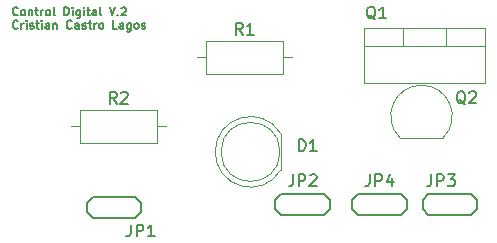
<source format=gbr>
G04 #@! TF.GenerationSoftware,KiCad,Pcbnew,(6.0.7)*
G04 #@! TF.CreationDate,2022-08-24T05:43:28-04:00*
G04 #@! TF.ProjectId,control temperatura,636f6e74-726f-46c2-9074-656d70657261,rev?*
G04 #@! TF.SameCoordinates,Original*
G04 #@! TF.FileFunction,Legend,Top*
G04 #@! TF.FilePolarity,Positive*
%FSLAX46Y46*%
G04 Gerber Fmt 4.6, Leading zero omitted, Abs format (unit mm)*
G04 Created by KiCad (PCBNEW (6.0.7)) date 2022-08-24 05:43:28*
%MOMM*%
%LPD*%
G01*
G04 APERTURE LIST*
%ADD10C,0.150000*%
%ADD11C,0.120000*%
G04 APERTURE END LIST*
D10*
X114414166Y-54931500D02*
X114380833Y-54964833D01*
X114280833Y-54998166D01*
X114214166Y-54998166D01*
X114114166Y-54964833D01*
X114047500Y-54898166D01*
X114014166Y-54831500D01*
X113980833Y-54698166D01*
X113980833Y-54598166D01*
X114014166Y-54464833D01*
X114047500Y-54398166D01*
X114114166Y-54331500D01*
X114214166Y-54298166D01*
X114280833Y-54298166D01*
X114380833Y-54331500D01*
X114414166Y-54364833D01*
X114814166Y-54998166D02*
X114747500Y-54964833D01*
X114714166Y-54931500D01*
X114680833Y-54864833D01*
X114680833Y-54664833D01*
X114714166Y-54598166D01*
X114747500Y-54564833D01*
X114814166Y-54531500D01*
X114914166Y-54531500D01*
X114980833Y-54564833D01*
X115014166Y-54598166D01*
X115047500Y-54664833D01*
X115047500Y-54864833D01*
X115014166Y-54931500D01*
X114980833Y-54964833D01*
X114914166Y-54998166D01*
X114814166Y-54998166D01*
X115347500Y-54531500D02*
X115347500Y-54998166D01*
X115347500Y-54598166D02*
X115380833Y-54564833D01*
X115447500Y-54531500D01*
X115547500Y-54531500D01*
X115614166Y-54564833D01*
X115647500Y-54631500D01*
X115647500Y-54998166D01*
X115880833Y-54531500D02*
X116147500Y-54531500D01*
X115980833Y-54298166D02*
X115980833Y-54898166D01*
X116014166Y-54964833D01*
X116080833Y-54998166D01*
X116147500Y-54998166D01*
X116380833Y-54998166D02*
X116380833Y-54531500D01*
X116380833Y-54664833D02*
X116414166Y-54598166D01*
X116447500Y-54564833D01*
X116514166Y-54531500D01*
X116580833Y-54531500D01*
X116914166Y-54998166D02*
X116847500Y-54964833D01*
X116814166Y-54931500D01*
X116780833Y-54864833D01*
X116780833Y-54664833D01*
X116814166Y-54598166D01*
X116847500Y-54564833D01*
X116914166Y-54531500D01*
X117014166Y-54531500D01*
X117080833Y-54564833D01*
X117114166Y-54598166D01*
X117147500Y-54664833D01*
X117147500Y-54864833D01*
X117114166Y-54931500D01*
X117080833Y-54964833D01*
X117014166Y-54998166D01*
X116914166Y-54998166D01*
X117547500Y-54998166D02*
X117480833Y-54964833D01*
X117447500Y-54898166D01*
X117447500Y-54298166D01*
X118347500Y-54998166D02*
X118347500Y-54298166D01*
X118514166Y-54298166D01*
X118614166Y-54331500D01*
X118680833Y-54398166D01*
X118714166Y-54464833D01*
X118747500Y-54598166D01*
X118747500Y-54698166D01*
X118714166Y-54831500D01*
X118680833Y-54898166D01*
X118614166Y-54964833D01*
X118514166Y-54998166D01*
X118347500Y-54998166D01*
X119047500Y-54998166D02*
X119047500Y-54531500D01*
X119047500Y-54298166D02*
X119014166Y-54331500D01*
X119047500Y-54364833D01*
X119080833Y-54331500D01*
X119047500Y-54298166D01*
X119047500Y-54364833D01*
X119680833Y-54531500D02*
X119680833Y-55098166D01*
X119647500Y-55164833D01*
X119614166Y-55198166D01*
X119547500Y-55231500D01*
X119447500Y-55231500D01*
X119380833Y-55198166D01*
X119680833Y-54964833D02*
X119614166Y-54998166D01*
X119480833Y-54998166D01*
X119414166Y-54964833D01*
X119380833Y-54931500D01*
X119347500Y-54864833D01*
X119347500Y-54664833D01*
X119380833Y-54598166D01*
X119414166Y-54564833D01*
X119480833Y-54531500D01*
X119614166Y-54531500D01*
X119680833Y-54564833D01*
X120014166Y-54998166D02*
X120014166Y-54531500D01*
X120014166Y-54298166D02*
X119980833Y-54331500D01*
X120014166Y-54364833D01*
X120047500Y-54331500D01*
X120014166Y-54298166D01*
X120014166Y-54364833D01*
X120247500Y-54531500D02*
X120514166Y-54531500D01*
X120347500Y-54298166D02*
X120347500Y-54898166D01*
X120380833Y-54964833D01*
X120447500Y-54998166D01*
X120514166Y-54998166D01*
X121047500Y-54998166D02*
X121047500Y-54631500D01*
X121014166Y-54564833D01*
X120947500Y-54531500D01*
X120814166Y-54531500D01*
X120747500Y-54564833D01*
X121047500Y-54964833D02*
X120980833Y-54998166D01*
X120814166Y-54998166D01*
X120747500Y-54964833D01*
X120714166Y-54898166D01*
X120714166Y-54831500D01*
X120747500Y-54764833D01*
X120814166Y-54731500D01*
X120980833Y-54731500D01*
X121047500Y-54698166D01*
X121480833Y-54998166D02*
X121414166Y-54964833D01*
X121380833Y-54898166D01*
X121380833Y-54298166D01*
X122180833Y-54298166D02*
X122414166Y-54998166D01*
X122647500Y-54298166D01*
X122880833Y-54931500D02*
X122914166Y-54964833D01*
X122880833Y-54998166D01*
X122847500Y-54964833D01*
X122880833Y-54931500D01*
X122880833Y-54998166D01*
X123180833Y-54364833D02*
X123214166Y-54331500D01*
X123280833Y-54298166D01*
X123447500Y-54298166D01*
X123514166Y-54331500D01*
X123547500Y-54364833D01*
X123580833Y-54431500D01*
X123580833Y-54498166D01*
X123547500Y-54598166D01*
X123147500Y-54998166D01*
X123580833Y-54998166D01*
X114414166Y-56058500D02*
X114380833Y-56091833D01*
X114280833Y-56125166D01*
X114214166Y-56125166D01*
X114114166Y-56091833D01*
X114047500Y-56025166D01*
X114014166Y-55958500D01*
X113980833Y-55825166D01*
X113980833Y-55725166D01*
X114014166Y-55591833D01*
X114047500Y-55525166D01*
X114114166Y-55458500D01*
X114214166Y-55425166D01*
X114280833Y-55425166D01*
X114380833Y-55458500D01*
X114414166Y-55491833D01*
X114714166Y-56125166D02*
X114714166Y-55658500D01*
X114714166Y-55791833D02*
X114747500Y-55725166D01*
X114780833Y-55691833D01*
X114847500Y-55658500D01*
X114914166Y-55658500D01*
X115147500Y-56125166D02*
X115147500Y-55658500D01*
X115147500Y-55425166D02*
X115114166Y-55458500D01*
X115147500Y-55491833D01*
X115180833Y-55458500D01*
X115147500Y-55425166D01*
X115147500Y-55491833D01*
X115447500Y-56091833D02*
X115514166Y-56125166D01*
X115647500Y-56125166D01*
X115714166Y-56091833D01*
X115747500Y-56025166D01*
X115747500Y-55991833D01*
X115714166Y-55925166D01*
X115647500Y-55891833D01*
X115547500Y-55891833D01*
X115480833Y-55858500D01*
X115447500Y-55791833D01*
X115447500Y-55758500D01*
X115480833Y-55691833D01*
X115547500Y-55658500D01*
X115647500Y-55658500D01*
X115714166Y-55691833D01*
X115947500Y-55658500D02*
X116214166Y-55658500D01*
X116047500Y-55425166D02*
X116047500Y-56025166D01*
X116080833Y-56091833D01*
X116147500Y-56125166D01*
X116214166Y-56125166D01*
X116447500Y-56125166D02*
X116447500Y-55658500D01*
X116447500Y-55425166D02*
X116414166Y-55458500D01*
X116447500Y-55491833D01*
X116480833Y-55458500D01*
X116447500Y-55425166D01*
X116447500Y-55491833D01*
X117080833Y-56125166D02*
X117080833Y-55758500D01*
X117047500Y-55691833D01*
X116980833Y-55658500D01*
X116847500Y-55658500D01*
X116780833Y-55691833D01*
X117080833Y-56091833D02*
X117014166Y-56125166D01*
X116847500Y-56125166D01*
X116780833Y-56091833D01*
X116747500Y-56025166D01*
X116747500Y-55958500D01*
X116780833Y-55891833D01*
X116847500Y-55858500D01*
X117014166Y-55858500D01*
X117080833Y-55825166D01*
X117414166Y-55658500D02*
X117414166Y-56125166D01*
X117414166Y-55725166D02*
X117447500Y-55691833D01*
X117514166Y-55658500D01*
X117614166Y-55658500D01*
X117680833Y-55691833D01*
X117714166Y-55758500D01*
X117714166Y-56125166D01*
X118980833Y-56058500D02*
X118947500Y-56091833D01*
X118847500Y-56125166D01*
X118780833Y-56125166D01*
X118680833Y-56091833D01*
X118614166Y-56025166D01*
X118580833Y-55958500D01*
X118547500Y-55825166D01*
X118547500Y-55725166D01*
X118580833Y-55591833D01*
X118614166Y-55525166D01*
X118680833Y-55458500D01*
X118780833Y-55425166D01*
X118847500Y-55425166D01*
X118947500Y-55458500D01*
X118980833Y-55491833D01*
X119580833Y-56125166D02*
X119580833Y-55758500D01*
X119547500Y-55691833D01*
X119480833Y-55658500D01*
X119347500Y-55658500D01*
X119280833Y-55691833D01*
X119580833Y-56091833D02*
X119514166Y-56125166D01*
X119347500Y-56125166D01*
X119280833Y-56091833D01*
X119247500Y-56025166D01*
X119247500Y-55958500D01*
X119280833Y-55891833D01*
X119347500Y-55858500D01*
X119514166Y-55858500D01*
X119580833Y-55825166D01*
X119880833Y-56091833D02*
X119947500Y-56125166D01*
X120080833Y-56125166D01*
X120147500Y-56091833D01*
X120180833Y-56025166D01*
X120180833Y-55991833D01*
X120147500Y-55925166D01*
X120080833Y-55891833D01*
X119980833Y-55891833D01*
X119914166Y-55858500D01*
X119880833Y-55791833D01*
X119880833Y-55758500D01*
X119914166Y-55691833D01*
X119980833Y-55658500D01*
X120080833Y-55658500D01*
X120147500Y-55691833D01*
X120380833Y-55658500D02*
X120647500Y-55658500D01*
X120480833Y-55425166D02*
X120480833Y-56025166D01*
X120514166Y-56091833D01*
X120580833Y-56125166D01*
X120647500Y-56125166D01*
X120880833Y-56125166D02*
X120880833Y-55658500D01*
X120880833Y-55791833D02*
X120914166Y-55725166D01*
X120947500Y-55691833D01*
X121014166Y-55658500D01*
X121080833Y-55658500D01*
X121414166Y-56125166D02*
X121347500Y-56091833D01*
X121314166Y-56058500D01*
X121280833Y-55991833D01*
X121280833Y-55791833D01*
X121314166Y-55725166D01*
X121347500Y-55691833D01*
X121414166Y-55658500D01*
X121514166Y-55658500D01*
X121580833Y-55691833D01*
X121614166Y-55725166D01*
X121647500Y-55791833D01*
X121647500Y-55991833D01*
X121614166Y-56058500D01*
X121580833Y-56091833D01*
X121514166Y-56125166D01*
X121414166Y-56125166D01*
X122814166Y-56125166D02*
X122480833Y-56125166D01*
X122480833Y-55425166D01*
X123347500Y-56125166D02*
X123347500Y-55758500D01*
X123314166Y-55691833D01*
X123247500Y-55658500D01*
X123114166Y-55658500D01*
X123047500Y-55691833D01*
X123347500Y-56091833D02*
X123280833Y-56125166D01*
X123114166Y-56125166D01*
X123047500Y-56091833D01*
X123014166Y-56025166D01*
X123014166Y-55958500D01*
X123047500Y-55891833D01*
X123114166Y-55858500D01*
X123280833Y-55858500D01*
X123347500Y-55825166D01*
X123980833Y-55658500D02*
X123980833Y-56225166D01*
X123947500Y-56291833D01*
X123914166Y-56325166D01*
X123847500Y-56358500D01*
X123747500Y-56358500D01*
X123680833Y-56325166D01*
X123980833Y-56091833D02*
X123914166Y-56125166D01*
X123780833Y-56125166D01*
X123714166Y-56091833D01*
X123680833Y-56058500D01*
X123647500Y-55991833D01*
X123647500Y-55791833D01*
X123680833Y-55725166D01*
X123714166Y-55691833D01*
X123780833Y-55658500D01*
X123914166Y-55658500D01*
X123980833Y-55691833D01*
X124414166Y-56125166D02*
X124347500Y-56091833D01*
X124314166Y-56058500D01*
X124280833Y-55991833D01*
X124280833Y-55791833D01*
X124314166Y-55725166D01*
X124347500Y-55691833D01*
X124414166Y-55658500D01*
X124514166Y-55658500D01*
X124580833Y-55691833D01*
X124614166Y-55725166D01*
X124647500Y-55791833D01*
X124647500Y-55991833D01*
X124614166Y-56058500D01*
X124580833Y-56091833D01*
X124514166Y-56125166D01*
X124414166Y-56125166D01*
X124914166Y-56091833D02*
X124980833Y-56125166D01*
X125114166Y-56125166D01*
X125180833Y-56091833D01*
X125214166Y-56025166D01*
X125214166Y-55991833D01*
X125180833Y-55925166D01*
X125114166Y-55891833D01*
X125014166Y-55891833D01*
X124947500Y-55858500D01*
X124914166Y-55791833D01*
X124914166Y-55758500D01*
X124947500Y-55691833D01*
X125014166Y-55658500D01*
X125114166Y-55658500D01*
X125180833Y-55691833D01*
X144216666Y-68452380D02*
X144216666Y-69166666D01*
X144169047Y-69309523D01*
X144073809Y-69404761D01*
X143930952Y-69452380D01*
X143835714Y-69452380D01*
X144692857Y-69452380D02*
X144692857Y-68452380D01*
X145073809Y-68452380D01*
X145169047Y-68500000D01*
X145216666Y-68547619D01*
X145264285Y-68642857D01*
X145264285Y-68785714D01*
X145216666Y-68880952D01*
X145169047Y-68928571D01*
X145073809Y-68976190D01*
X144692857Y-68976190D01*
X146121428Y-68785714D02*
X146121428Y-69452380D01*
X145883333Y-68404761D02*
X145645238Y-69119047D01*
X146264285Y-69119047D01*
X137716666Y-68452380D02*
X137716666Y-69166666D01*
X137669047Y-69309523D01*
X137573809Y-69404761D01*
X137430952Y-69452380D01*
X137335714Y-69452380D01*
X138192857Y-69452380D02*
X138192857Y-68452380D01*
X138573809Y-68452380D01*
X138669047Y-68500000D01*
X138716666Y-68547619D01*
X138764285Y-68642857D01*
X138764285Y-68785714D01*
X138716666Y-68880952D01*
X138669047Y-68928571D01*
X138573809Y-68976190D01*
X138192857Y-68976190D01*
X139145238Y-68547619D02*
X139192857Y-68500000D01*
X139288095Y-68452380D01*
X139526190Y-68452380D01*
X139621428Y-68500000D01*
X139669047Y-68547619D01*
X139716666Y-68642857D01*
X139716666Y-68738095D01*
X139669047Y-68880952D01*
X139097619Y-69452380D01*
X139716666Y-69452380D01*
X122769333Y-62471380D02*
X122436000Y-61995190D01*
X122197904Y-62471380D02*
X122197904Y-61471380D01*
X122578857Y-61471380D01*
X122674095Y-61519000D01*
X122721714Y-61566619D01*
X122769333Y-61661857D01*
X122769333Y-61804714D01*
X122721714Y-61899952D01*
X122674095Y-61947571D01*
X122578857Y-61995190D01*
X122197904Y-61995190D01*
X123150285Y-61566619D02*
X123197904Y-61519000D01*
X123293142Y-61471380D01*
X123531238Y-61471380D01*
X123626476Y-61519000D01*
X123674095Y-61566619D01*
X123721714Y-61661857D01*
X123721714Y-61757095D01*
X123674095Y-61899952D01*
X123102666Y-62471380D01*
X123721714Y-62471380D01*
X152304761Y-62523619D02*
X152209523Y-62476000D01*
X152114285Y-62380761D01*
X151971428Y-62237904D01*
X151876190Y-62190285D01*
X151780952Y-62190285D01*
X151828571Y-62428380D02*
X151733333Y-62380761D01*
X151638095Y-62285523D01*
X151590476Y-62095047D01*
X151590476Y-61761714D01*
X151638095Y-61571238D01*
X151733333Y-61476000D01*
X151828571Y-61428380D01*
X152019047Y-61428380D01*
X152114285Y-61476000D01*
X152209523Y-61571238D01*
X152257142Y-61761714D01*
X152257142Y-62095047D01*
X152209523Y-62285523D01*
X152114285Y-62380761D01*
X152019047Y-62428380D01*
X151828571Y-62428380D01*
X152638095Y-61523619D02*
X152685714Y-61476000D01*
X152780952Y-61428380D01*
X153019047Y-61428380D01*
X153114285Y-61476000D01*
X153161904Y-61523619D01*
X153209523Y-61618857D01*
X153209523Y-61714095D01*
X153161904Y-61856952D01*
X152590476Y-62428380D01*
X153209523Y-62428380D01*
X149416666Y-68452380D02*
X149416666Y-69166666D01*
X149369047Y-69309523D01*
X149273809Y-69404761D01*
X149130952Y-69452380D01*
X149035714Y-69452380D01*
X149892857Y-69452380D02*
X149892857Y-68452380D01*
X150273809Y-68452380D01*
X150369047Y-68500000D01*
X150416666Y-68547619D01*
X150464285Y-68642857D01*
X150464285Y-68785714D01*
X150416666Y-68880952D01*
X150369047Y-68928571D01*
X150273809Y-68976190D01*
X149892857Y-68976190D01*
X150797619Y-68452380D02*
X151416666Y-68452380D01*
X151083333Y-68833333D01*
X151226190Y-68833333D01*
X151321428Y-68880952D01*
X151369047Y-68928571D01*
X151416666Y-69023809D01*
X151416666Y-69261904D01*
X151369047Y-69357142D01*
X151321428Y-69404761D01*
X151226190Y-69452380D01*
X150940476Y-69452380D01*
X150845238Y-69404761D01*
X150797619Y-69357142D01*
X138199904Y-66492380D02*
X138199904Y-65492380D01*
X138438000Y-65492380D01*
X138580857Y-65540000D01*
X138676095Y-65635238D01*
X138723714Y-65730476D01*
X138771333Y-65920952D01*
X138771333Y-66063809D01*
X138723714Y-66254285D01*
X138676095Y-66349523D01*
X138580857Y-66444761D01*
X138438000Y-66492380D01*
X138199904Y-66492380D01*
X139723714Y-66492380D02*
X139152285Y-66492380D01*
X139438000Y-66492380D02*
X139438000Y-65492380D01*
X139342761Y-65635238D01*
X139247523Y-65730476D01*
X139152285Y-65778095D01*
X123987666Y-72699380D02*
X123987666Y-73413666D01*
X123940047Y-73556523D01*
X123844809Y-73651761D01*
X123701952Y-73699380D01*
X123606714Y-73699380D01*
X124463857Y-73699380D02*
X124463857Y-72699380D01*
X124844809Y-72699380D01*
X124940047Y-72747000D01*
X124987666Y-72794619D01*
X125035285Y-72889857D01*
X125035285Y-73032714D01*
X124987666Y-73127952D01*
X124940047Y-73175571D01*
X124844809Y-73223190D01*
X124463857Y-73223190D01*
X125987666Y-73699380D02*
X125416238Y-73699380D01*
X125701952Y-73699380D02*
X125701952Y-72699380D01*
X125606714Y-72842238D01*
X125511476Y-72937476D01*
X125416238Y-72985095D01*
X144684761Y-55340619D02*
X144589523Y-55293000D01*
X144494285Y-55197761D01*
X144351428Y-55054904D01*
X144256190Y-55007285D01*
X144160952Y-55007285D01*
X144208571Y-55245380D02*
X144113333Y-55197761D01*
X144018095Y-55102523D01*
X143970476Y-54912047D01*
X143970476Y-54578714D01*
X144018095Y-54388238D01*
X144113333Y-54293000D01*
X144208571Y-54245380D01*
X144399047Y-54245380D01*
X144494285Y-54293000D01*
X144589523Y-54388238D01*
X144637142Y-54578714D01*
X144637142Y-54912047D01*
X144589523Y-55102523D01*
X144494285Y-55197761D01*
X144399047Y-55245380D01*
X144208571Y-55245380D01*
X145589523Y-55245380D02*
X145018095Y-55245380D01*
X145303809Y-55245380D02*
X145303809Y-54245380D01*
X145208571Y-54388238D01*
X145113333Y-54483476D01*
X145018095Y-54531095D01*
X133437333Y-56629380D02*
X133104000Y-56153190D01*
X132865904Y-56629380D02*
X132865904Y-55629380D01*
X133246857Y-55629380D01*
X133342095Y-55677000D01*
X133389714Y-55724619D01*
X133437333Y-55819857D01*
X133437333Y-55962714D01*
X133389714Y-56057952D01*
X133342095Y-56105571D01*
X133246857Y-56153190D01*
X132865904Y-56153190D01*
X134389714Y-56629380D02*
X133818285Y-56629380D01*
X134104000Y-56629380D02*
X134104000Y-55629380D01*
X134008761Y-55772238D01*
X133913523Y-55867476D01*
X133818285Y-55915095D01*
X142720000Y-70600000D02*
X143220000Y-70100000D01*
X147320000Y-71400000D02*
X146820000Y-71900000D01*
X146820000Y-70100000D02*
X147320000Y-70600000D01*
X143220000Y-70100000D02*
X146820000Y-70100000D01*
X143220000Y-71900000D02*
X142720000Y-71400000D01*
X142720000Y-71400000D02*
X142720000Y-70600000D01*
X147320000Y-70600000D02*
X147320000Y-71400000D01*
X146820000Y-71900000D02*
X143220000Y-71900000D01*
X136220000Y-70600000D02*
X136720000Y-70100000D01*
X140820000Y-71400000D02*
X140320000Y-71900000D01*
X140320000Y-70100000D02*
X140820000Y-70600000D01*
X136720000Y-70100000D02*
X140320000Y-70100000D01*
X136720000Y-71900000D02*
X136220000Y-71400000D01*
X136220000Y-71400000D02*
X136220000Y-70600000D01*
X140820000Y-70600000D02*
X140820000Y-71400000D01*
X140320000Y-71900000D02*
X136720000Y-71900000D01*
D11*
X126976000Y-64389000D02*
X126206000Y-64389000D01*
X126206000Y-63019000D02*
X119666000Y-63019000D01*
X119666000Y-63019000D02*
X119666000Y-65759000D01*
X119666000Y-65759000D02*
X126206000Y-65759000D01*
X126206000Y-65759000D02*
X126206000Y-63019000D01*
X118896000Y-64389000D02*
X119666000Y-64389000D01*
X146790000Y-65350000D02*
X150390000Y-65350000D01*
X148590000Y-60899999D02*
G75*
G03*
X146751522Y-65338478I0J-2600001D01*
G01*
X150428478Y-65338478D02*
G75*
G03*
X148590000Y-60900000I-1838478J1838478D01*
G01*
D10*
X148680000Y-70600000D02*
X149180000Y-70100000D01*
X148680000Y-71400000D02*
X148680000Y-70600000D01*
X153280000Y-70600000D02*
X153280000Y-71400000D01*
X152780000Y-71900000D02*
X149180000Y-71900000D01*
X149180000Y-70100000D02*
X152780000Y-70100000D01*
X149180000Y-71900000D02*
X148680000Y-71400000D01*
X152780000Y-70100000D02*
X153280000Y-70600000D01*
X153280000Y-71400000D02*
X152780000Y-71900000D01*
D11*
X136672000Y-68093000D02*
X136672000Y-65003000D01*
X136672000Y-65003170D02*
G75*
G03*
X131122000Y-66548462I-2560000J-1544830D01*
G01*
X131122000Y-66547538D02*
G75*
G03*
X136672000Y-68092830I2990000J-462D01*
G01*
X136612000Y-66548000D02*
G75*
G03*
X136612000Y-66548000I-2500000J0D01*
G01*
D10*
X124335000Y-70347000D02*
X124835000Y-70847000D01*
X124835000Y-70847000D02*
X124835000Y-71647000D01*
X120235000Y-71647000D02*
X120235000Y-70847000D01*
X120735000Y-72147000D02*
X120235000Y-71647000D01*
X124335000Y-72147000D02*
X120735000Y-72147000D01*
X120235000Y-70847000D02*
X120735000Y-70347000D01*
X124835000Y-71647000D02*
X124335000Y-72147000D01*
X120735000Y-70347000D02*
X124335000Y-70347000D01*
D11*
X150695000Y-56095000D02*
X150695000Y-57605000D01*
X143724000Y-56095000D02*
X143724000Y-60736000D01*
X143724000Y-56095000D02*
X153964000Y-56095000D01*
X143724000Y-60736000D02*
X153964000Y-60736000D01*
X143724000Y-57605000D02*
X153964000Y-57605000D01*
X153964000Y-56095000D02*
X153964000Y-60736000D01*
X146994000Y-56095000D02*
X146994000Y-57605000D01*
X130334000Y-57177000D02*
X130334000Y-59917000D01*
X136874000Y-57177000D02*
X130334000Y-57177000D01*
X137644000Y-58547000D02*
X136874000Y-58547000D01*
X130334000Y-59917000D02*
X136874000Y-59917000D01*
X129564000Y-58547000D02*
X130334000Y-58547000D01*
X136874000Y-59917000D02*
X136874000Y-57177000D01*
M02*

</source>
